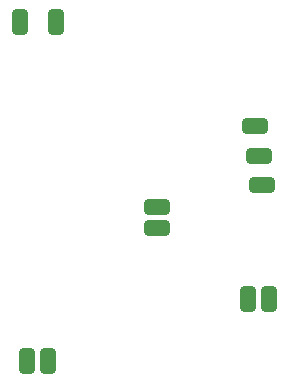
<source format=gbs>
G04*
G04 #@! TF.GenerationSoftware,Altium Limited,Altium Designer,20.0.13 (296)*
G04*
G04 Layer_Color=16711935*
%FSLAX25Y25*%
%MOIN*%
G70*
G01*
G75*
G04:AMPARAMS|DCode=32|XSize=86.74mil|YSize=55.24mil|CornerRadius=15.81mil|HoleSize=0mil|Usage=FLASHONLY|Rotation=180.000|XOffset=0mil|YOffset=0mil|HoleType=Round|Shape=RoundedRectangle|*
%AMROUNDEDRECTD32*
21,1,0.08674,0.02362,0,0,180.0*
21,1,0.05512,0.05524,0,0,180.0*
1,1,0.03162,-0.02756,0.01181*
1,1,0.03162,0.02756,0.01181*
1,1,0.03162,0.02756,-0.01181*
1,1,0.03162,-0.02756,-0.01181*
%
%ADD32ROUNDEDRECTD32*%
G04:AMPARAMS|DCode=33|XSize=86.74mil|YSize=55.24mil|CornerRadius=15.81mil|HoleSize=0mil|Usage=FLASHONLY|Rotation=90.000|XOffset=0mil|YOffset=0mil|HoleType=Round|Shape=RoundedRectangle|*
%AMROUNDEDRECTD33*
21,1,0.08674,0.02362,0,0,90.0*
21,1,0.05512,0.05524,0,0,90.0*
1,1,0.03162,0.01181,0.02756*
1,1,0.03162,0.01181,-0.02756*
1,1,0.03162,-0.01181,-0.02756*
1,1,0.03162,-0.01181,0.02756*
%
%ADD33ROUNDEDRECTD33*%
D32*
X28346Y4724D02*
D03*
Y-2362D02*
D03*
X61024Y31496D02*
D03*
X62205Y21654D02*
D03*
X63386Y11811D02*
D03*
D33*
X58661Y-25984D02*
D03*
X-7874Y-46850D02*
D03*
X-17224Y66142D02*
D03*
X-14961Y-46850D02*
D03*
X65748Y-25984D02*
D03*
X-5413Y66142D02*
D03*
M02*

</source>
